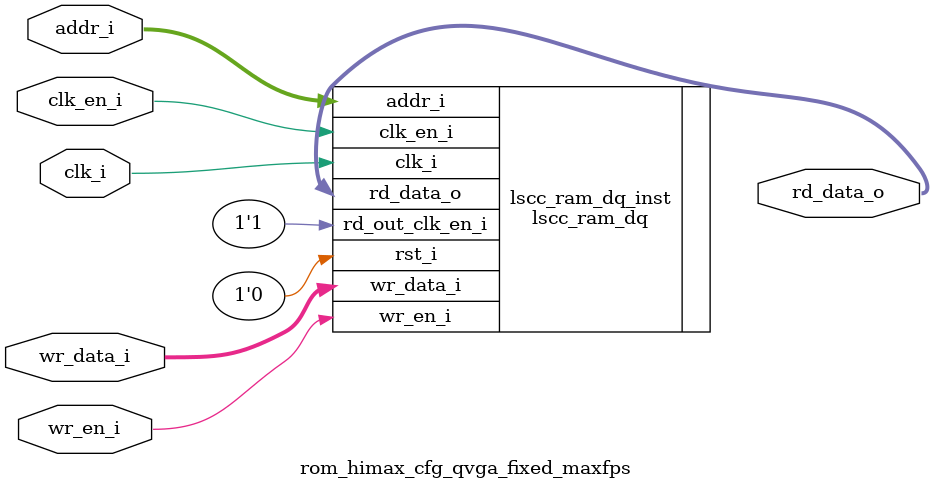
<source format=v>
/*******************************************************************************
    Verilog netlist generated by IPGEN Radiant
    Soft IP Version: 1.0.0
    Fri Jun 08 13:33:54 2018
*******************************************************************************/
/*******************************************************************************
    Include IP core template files.
*******************************************************************************/
`include "core/lscc_ram_dq.v"
/*******************************************************************************
    Wrapper Module generated per user settings.
*******************************************************************************/
module rom_himax_cfg_qvga_fixed_maxfps (clk_i, clk_en_i, wr_en_i, wr_data_i,
    addr_i, rd_data_o);
    input  clk_i;
    input  clk_en_i;
    input  wr_en_i;
    input  [15:0]  wr_data_i;
    input  [7:0]  addr_i;
    output  [15:0]  rd_data_o;
    lscc_ram_dq #(.ADDR_DEPTH(256),
        .DATA_WIDTH(16),
        .ADDR_WIDTH(8),
        .REGMODE("noreg"),
        .RESETMODE("sync"),
        .INIT_MODE("mem_file"),
        .INIT_FILE("misc/ram256x16_himax_fixed_maxfps_rom_himax_cfg_qvga_fixed_maxfps_copy.mem"),
        .INIT_FILE_FORMAT("hex"))
    lscc_ram_dq_inst(.clk_i(clk_i),
        .rst_i(1'b0),
        .clk_en_i(clk_en_i),
        .rd_out_clk_en_i(1'b1),
        .wr_en_i(wr_en_i),
        .wr_data_i(wr_data_i),
        .addr_i(addr_i),
        .rd_data_o(rd_data_o));
endmodule
</source>
